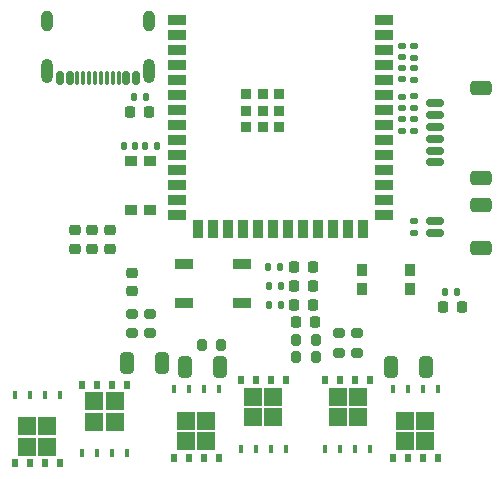
<source format=gtp>
%TF.GenerationSoftware,KiCad,Pcbnew,7.0.10*%
%TF.CreationDate,2024-01-24T13:37:03-05:00*%
%TF.ProjectId,MiniBLDC,4d696e69-424c-4444-932e-6b696361645f,rev?*%
%TF.SameCoordinates,Original*%
%TF.FileFunction,Paste,Top*%
%TF.FilePolarity,Positive*%
%FSLAX46Y46*%
G04 Gerber Fmt 4.6, Leading zero omitted, Abs format (unit mm)*
G04 Created by KiCad (PCBNEW 7.0.10) date 2024-01-24 13:37:03*
%MOMM*%
%LPD*%
G01*
G04 APERTURE LIST*
G04 Aperture macros list*
%AMRoundRect*
0 Rectangle with rounded corners*
0 $1 Rounding radius*
0 $2 $3 $4 $5 $6 $7 $8 $9 X,Y pos of 4 corners*
0 Add a 4 corners polygon primitive as box body*
4,1,4,$2,$3,$4,$5,$6,$7,$8,$9,$2,$3,0*
0 Add four circle primitives for the rounded corners*
1,1,$1+$1,$2,$3*
1,1,$1+$1,$4,$5*
1,1,$1+$1,$6,$7*
1,1,$1+$1,$8,$9*
0 Add four rect primitives between the rounded corners*
20,1,$1+$1,$2,$3,$4,$5,0*
20,1,$1+$1,$4,$5,$6,$7,0*
20,1,$1+$1,$6,$7,$8,$9,0*
20,1,$1+$1,$8,$9,$2,$3,0*%
G04 Aperture macros list end*
%ADD10RoundRect,0.150000X0.600000X-0.150000X0.600000X0.150000X-0.600000X0.150000X-0.600000X-0.150000X0*%
%ADD11RoundRect,0.250000X0.650000X-0.350000X0.650000X0.350000X-0.650000X0.350000X-0.650000X-0.350000X0*%
%ADD12RoundRect,0.225000X0.225000X0.250000X-0.225000X0.250000X-0.225000X-0.250000X0.225000X-0.250000X0*%
%ADD13R,1.500000X1.500000*%
%ADD14R,0.500000X0.750000*%
%ADD15R,0.400000X0.750000*%
%ADD16RoundRect,0.200000X0.200000X0.275000X-0.200000X0.275000X-0.200000X-0.275000X0.200000X-0.275000X0*%
%ADD17RoundRect,0.200000X-0.200000X-0.275000X0.200000X-0.275000X0.200000X0.275000X-0.200000X0.275000X0*%
%ADD18RoundRect,0.140000X0.170000X-0.140000X0.170000X0.140000X-0.170000X0.140000X-0.170000X-0.140000X0*%
%ADD19RoundRect,0.135000X-0.135000X-0.185000X0.135000X-0.185000X0.135000X0.185000X-0.135000X0.185000X0*%
%ADD20RoundRect,0.250000X-0.325000X-0.650000X0.325000X-0.650000X0.325000X0.650000X-0.325000X0.650000X0*%
%ADD21RoundRect,0.200000X0.275000X-0.200000X0.275000X0.200000X-0.275000X0.200000X-0.275000X-0.200000X0*%
%ADD22RoundRect,0.218750X0.218750X0.256250X-0.218750X0.256250X-0.218750X-0.256250X0.218750X-0.256250X0*%
%ADD23RoundRect,0.135000X-0.185000X0.135000X-0.185000X-0.135000X0.185000X-0.135000X0.185000X0.135000X0*%
%ADD24RoundRect,0.225000X-0.250000X0.225000X-0.250000X-0.225000X0.250000X-0.225000X0.250000X0.225000X0*%
%ADD25R,1.500000X0.900000*%
%ADD26R,0.900000X1.500000*%
%ADD27R,0.900000X0.900000*%
%ADD28RoundRect,0.135000X0.135000X0.185000X-0.135000X0.185000X-0.135000X-0.185000X0.135000X-0.185000X0*%
%ADD29R,0.900000X1.000000*%
%ADD30RoundRect,0.200000X-0.275000X0.200000X-0.275000X-0.200000X0.275000X-0.200000X0.275000X0.200000X0*%
%ADD31RoundRect,0.140000X-0.170000X0.140000X-0.170000X-0.140000X0.170000X-0.140000X0.170000X0.140000X0*%
%ADD32RoundRect,0.140000X0.140000X0.170000X-0.140000X0.170000X-0.140000X-0.170000X0.140000X-0.170000X0*%
%ADD33RoundRect,0.218750X-0.218750X-0.256250X0.218750X-0.256250X0.218750X0.256250X-0.218750X0.256250X0*%
%ADD34O,1.000000X1.800000*%
%ADD35O,1.000000X2.100000*%
%ADD36RoundRect,0.150000X0.150000X0.425000X-0.150000X0.425000X-0.150000X-0.425000X0.150000X-0.425000X0*%
%ADD37RoundRect,0.075000X0.075000X0.500000X-0.075000X0.500000X-0.075000X-0.500000X0.075000X-0.500000X0*%
%ADD38R,1.000000X0.900000*%
%ADD39RoundRect,0.250000X0.325000X0.650000X-0.325000X0.650000X-0.325000X-0.650000X0.325000X-0.650000X0*%
%ADD40RoundRect,0.135000X0.185000X-0.135000X0.185000X0.135000X-0.185000X0.135000X-0.185000X-0.135000X0*%
G04 APERTURE END LIST*
D10*
%TO.C,J1*%
X173700000Y-111050000D03*
X173700000Y-110050000D03*
X173700000Y-109050000D03*
X173700000Y-108050000D03*
X173700000Y-107050000D03*
X173700000Y-106050000D03*
D11*
X177600000Y-112350000D03*
X177600000Y-104750000D03*
%TD*%
D10*
%TO.C,J3*%
X173700000Y-117000000D03*
X173700000Y-116000000D03*
D11*
X177600000Y-114700000D03*
X177600000Y-118300000D03*
%TD*%
D12*
%TO.C,C30*%
X161960877Y-124564789D03*
X163510877Y-124564789D03*
%TD*%
D13*
%TO.C,Q3*%
X158315000Y-132589061D03*
X160015000Y-132589061D03*
X158315000Y-130889061D03*
X160015000Y-130889061D03*
D14*
X157260000Y-129484061D03*
X158530000Y-129484061D03*
X159800000Y-129484061D03*
X161070000Y-129484061D03*
D15*
X157260000Y-135289061D03*
X158530000Y-135289061D03*
X159800000Y-135289061D03*
X161070000Y-135289061D03*
%TD*%
D16*
%TO.C,R26*%
X161921433Y-126050000D03*
X163571433Y-126050000D03*
%TD*%
D17*
%TO.C,R25*%
X163571754Y-127550000D03*
X161921754Y-127550000D03*
%TD*%
D18*
%TO.C,C45*%
X170920000Y-106455000D03*
X170920000Y-105495000D03*
%TD*%
D19*
%TO.C,R16*%
X174500000Y-122000000D03*
X175520000Y-122000000D03*
%TD*%
D20*
%TO.C,C1*%
X169975000Y-128400000D03*
X172925000Y-128400000D03*
%TD*%
D21*
%TO.C,R2*%
X167050000Y-125525000D03*
X167050000Y-127175000D03*
%TD*%
D22*
%TO.C,D1*%
X147859999Y-106800000D03*
X149434999Y-106800000D03*
%TD*%
D23*
%TO.C,R35*%
X171870000Y-101160000D03*
X171870000Y-102180000D03*
%TD*%
D24*
%TO.C,C35*%
X144650763Y-116799999D03*
X144650763Y-118349999D03*
%TD*%
D21*
%TO.C,R39*%
X148050000Y-125525000D03*
X148050000Y-123875000D03*
%TD*%
D25*
%TO.C,U8*%
X169350000Y-98965000D03*
X169350000Y-100235000D03*
X169350000Y-101505000D03*
X169350000Y-102775000D03*
X169350000Y-104045000D03*
X169350000Y-105315000D03*
X169350000Y-106585000D03*
X169350000Y-107855000D03*
X169350000Y-109125000D03*
X169350000Y-110395000D03*
X169350000Y-111665000D03*
X169350000Y-112935000D03*
X169350000Y-114205000D03*
X169350000Y-115475000D03*
D26*
X167585000Y-116725000D03*
X166315000Y-116725000D03*
X165045000Y-116725000D03*
X163775000Y-116725000D03*
X162505000Y-116725000D03*
X161235000Y-116725000D03*
X159965000Y-116725000D03*
X158695000Y-116725000D03*
X157425000Y-116725000D03*
X156155000Y-116725000D03*
X154885000Y-116725000D03*
X153615000Y-116725000D03*
D25*
X151850000Y-115475000D03*
X151850000Y-114205000D03*
X151850000Y-112935000D03*
X151850000Y-111665000D03*
X151850000Y-110395000D03*
X151850000Y-109125000D03*
X151850000Y-107855000D03*
X151850000Y-106585000D03*
X151850000Y-105315000D03*
X151850000Y-104045000D03*
X151850000Y-102775000D03*
X151850000Y-101505000D03*
X151850000Y-100235000D03*
X151850000Y-98965000D03*
D27*
X160500000Y-106685000D03*
X160500000Y-105285000D03*
X160495606Y-108085000D03*
X159100000Y-106685000D03*
X159100000Y-105285000D03*
X159095606Y-108085000D03*
X157700000Y-106685000D03*
X157700000Y-105285000D03*
X157695606Y-108085000D03*
%TD*%
D28*
%TO.C,R82*%
X150160000Y-109700000D03*
X149140000Y-109700000D03*
%TD*%
D29*
%TO.C,SW3*%
X167500000Y-120175000D03*
X171600000Y-120175000D03*
X167500000Y-121775000D03*
X171600000Y-121775000D03*
%TD*%
D17*
%TO.C,R9*%
X155575000Y-126500000D03*
X153925000Y-126500000D03*
%TD*%
D20*
%TO.C,C3*%
X150575000Y-128050000D03*
X147625000Y-128050000D03*
%TD*%
D23*
%TO.C,R34*%
X171870000Y-103030000D03*
X171870000Y-104050000D03*
%TD*%
D22*
%TO.C,D4*%
X161757501Y-119900000D03*
X163332501Y-119900000D03*
%TD*%
D21*
%TO.C,R1*%
X165550000Y-127175000D03*
X165550000Y-125525000D03*
%TD*%
D18*
%TO.C,C46*%
X170920000Y-103070000D03*
X170920000Y-104030000D03*
%TD*%
D24*
%TO.C,C22*%
X148050000Y-120425000D03*
X148050000Y-121975000D03*
%TD*%
D23*
%TO.C,R33*%
X171870000Y-106475000D03*
X171870000Y-105455000D03*
%TD*%
D25*
%TO.C,IC3*%
X152450000Y-119650000D03*
X152450000Y-122950000D03*
X157350000Y-122950000D03*
X157350000Y-119650000D03*
%TD*%
D13*
%TO.C,Q4*%
X154315000Y-132945000D03*
X152615000Y-132945000D03*
X154315000Y-134645000D03*
X152615000Y-134645000D03*
D14*
X155370000Y-136050000D03*
X154100000Y-136050000D03*
X152830000Y-136050000D03*
X151560000Y-136050000D03*
D15*
X155370000Y-130245000D03*
X154100000Y-130245000D03*
X152830000Y-130245000D03*
X151560000Y-130245000D03*
%TD*%
%TO.C,Q6*%
X138125000Y-130710000D03*
X139395000Y-130710000D03*
X140665000Y-130710000D03*
X141935000Y-130710000D03*
D14*
X138125000Y-136515000D03*
X139395000Y-136515000D03*
X140665000Y-136515000D03*
X141935000Y-136515000D03*
D13*
X139180000Y-135110000D03*
X140880000Y-135110000D03*
X139180000Y-133410000D03*
X140880000Y-133410000D03*
%TD*%
%TO.C,Q5*%
X144855000Y-132995000D03*
X146555000Y-132995000D03*
X144855000Y-131295000D03*
X146555000Y-131295000D03*
D14*
X143800000Y-129890000D03*
X145070000Y-129890000D03*
X146340000Y-129890000D03*
X147610000Y-129890000D03*
D15*
X143800000Y-135695000D03*
X145070000Y-135695000D03*
X146340000Y-135695000D03*
X147610000Y-135695000D03*
%TD*%
D22*
%TO.C,D3*%
X163345001Y-123100000D03*
X161770001Y-123100000D03*
%TD*%
D30*
%TO.C,R40*%
X149522772Y-123873824D03*
X149522772Y-125523824D03*
%TD*%
D23*
%TO.C,R36*%
X171950000Y-115999999D03*
X171950000Y-117019999D03*
%TD*%
D13*
%TO.C,Q1*%
X165455000Y-132600000D03*
X167155000Y-132600000D03*
X165455000Y-130900000D03*
X167155000Y-130900000D03*
D14*
X164400000Y-129495000D03*
X165670000Y-129495000D03*
X166940000Y-129495000D03*
X168210000Y-129495000D03*
D15*
X164400000Y-135300000D03*
X165670000Y-135300000D03*
X166940000Y-135300000D03*
X168210000Y-135300000D03*
%TD*%
D31*
%TO.C,C32*%
X170900000Y-107400000D03*
X170900000Y-108360000D03*
%TD*%
D32*
%TO.C,C70*%
X148280000Y-109700000D03*
X147320000Y-109700000D03*
%TD*%
D13*
%TO.C,Q2*%
X172855000Y-132945000D03*
X171155000Y-132945000D03*
X172855000Y-134645000D03*
X171155000Y-134645000D03*
D14*
X173910000Y-136050000D03*
X172640000Y-136050000D03*
X171370000Y-136050000D03*
X170100000Y-136050000D03*
D15*
X173910000Y-130245000D03*
X172640000Y-130245000D03*
X171370000Y-130245000D03*
X170100000Y-130245000D03*
%TD*%
D24*
%TO.C,C36*%
X146130000Y-116800000D03*
X146130000Y-118350000D03*
%TD*%
D33*
%TO.C,D2*%
X174397501Y-123300000D03*
X175972501Y-123300000D03*
%TD*%
D18*
%TO.C,C47*%
X170920000Y-101200000D03*
X170920000Y-102160000D03*
%TD*%
D19*
%TO.C,R32*%
X148200000Y-105475000D03*
X149220000Y-105475000D03*
%TD*%
D34*
%TO.C,J14*%
X140835000Y-99120000D03*
D35*
X140835000Y-103300000D03*
D34*
X149475000Y-99120000D03*
D35*
X149475000Y-103300000D03*
D36*
X148355000Y-103875000D03*
X147555000Y-103875000D03*
D37*
X146905000Y-103875000D03*
X145905000Y-103875000D03*
X144405000Y-103875000D03*
X143405000Y-103875000D03*
D36*
X142755000Y-103875000D03*
X141955000Y-103875000D03*
X141955000Y-103875000D03*
X142755000Y-103875000D03*
D37*
X143905000Y-103875000D03*
X144905000Y-103875000D03*
X145405000Y-103875000D03*
X146405000Y-103875000D03*
D36*
X147555000Y-103875000D03*
X148355000Y-103875000D03*
%TD*%
D22*
%TO.C,D5*%
X163332501Y-121500000D03*
X161757501Y-121500000D03*
%TD*%
D38*
%TO.C,SW1*%
X147930000Y-115050000D03*
X147930000Y-110950000D03*
X149530000Y-115050000D03*
X149530000Y-110950000D03*
%TD*%
D28*
%TO.C,R38*%
X159535001Y-119900000D03*
X160555001Y-119900000D03*
%TD*%
D39*
%TO.C,C2*%
X152525000Y-128400000D03*
X155475000Y-128400000D03*
%TD*%
D40*
%TO.C,R30*%
X171875000Y-107365000D03*
X171875000Y-108385000D03*
%TD*%
D28*
%TO.C,R42*%
X160615000Y-121500000D03*
X159595000Y-121500000D03*
%TD*%
%TO.C,R37*%
X160620000Y-123100000D03*
X159600000Y-123100000D03*
%TD*%
D24*
%TO.C,C34*%
X143180000Y-116800000D03*
X143180000Y-118350000D03*
%TD*%
M02*

</source>
